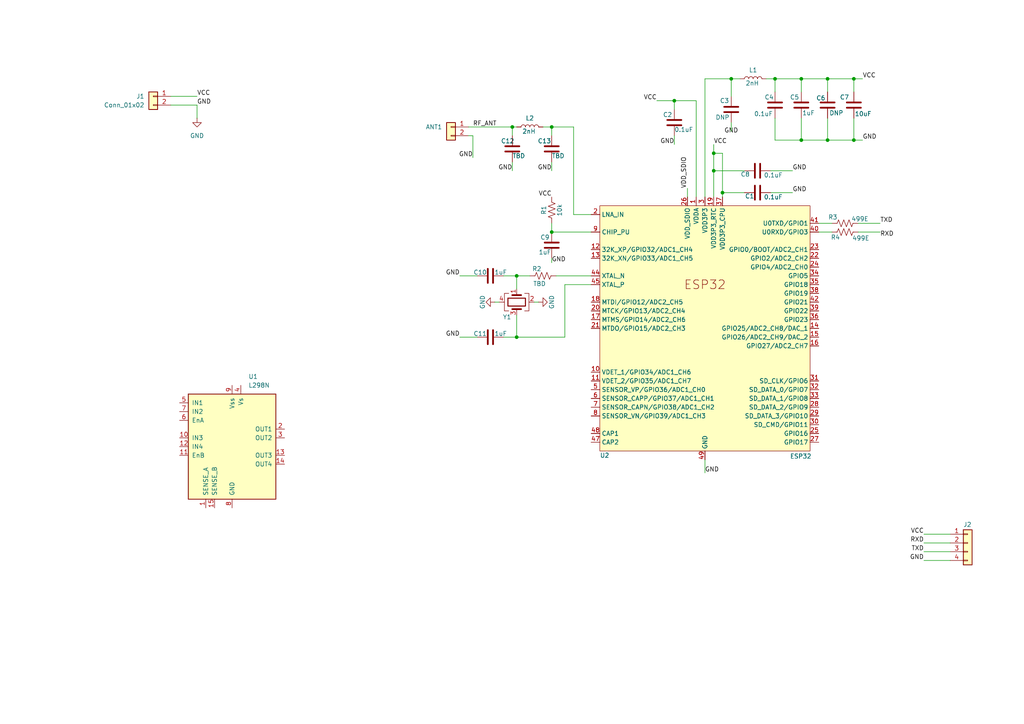
<source format=kicad_sch>
(kicad_sch (version 20231120) (generator "eeschema") (generator_version "8.0")
  (paper "A4")
  (lib_symbols
    (symbol "Connector_Generic:Conn_01x02" (pin_names (offset 1.016) hide)
      (property "Reference" "J" (at 0 2.54 0))
      (property "Value" "Conn_01x02" (at 0 -5.08 0))
      (symbol "Conn_01x02_1_1"
        (rectangle (start -1.27 -2.413) (end 0 -2.667) (stroke (width 0.1524)))
        (rectangle (start -1.27 0.127) (end 0 -0.127) (stroke (width 0.1524)))
        (rectangle (start -1.27 1.27) (end 1.27 -3.81) (stroke (width 0.254)) (fill (type background)))
        (pin passive line (at -5.08 0 0) (length 3.81) (name "Pin_1") (number "1"))
        (pin passive line (at -5.08 -2.54 0) (length 3.81) (name "Pin_2") (number "2"))
      )
    )
    (symbol "Connector_Generic:Conn_01x04" (pin_names (offset 1.016) hide)
      (property "Reference" "J" (at 0 5.08 0))
      (property "Value" "Conn_01x04" (at 0 -7.62 0))
      (symbol "Conn_01x04_1_1"
        (rectangle (start -1.27 -4.953) (end 0 -5.207) (stroke (width 0.1524)))
        (rectangle (start -1.27 -2.413) (end 0 -2.667) (stroke (width 0.1524)))
        (rectangle (start -1.27 0.127) (end 0 -0.127) (stroke (width 0.1524)))
        (rectangle (start -1.27 2.667) (end 0 2.413) (stroke (width 0.1524)))
        (rectangle (start -1.27 3.81) (end 1.27 -6.35) (stroke (width 0.254)) (fill (type background)))
        (pin passive line (at -5.08 2.54 0) (length 3.81) (name "Pin_1") (number "1"))
        (pin passive line (at -5.08 0 0) (length 3.81) (name "Pin_2") (number "2"))
        (pin passive line (at -5.08 -2.54 0) (length 3.81) (name "Pin_3") (number "3"))
        (pin passive line (at -5.08 -5.08 0) (length 3.81) (name "Pin_4") (number "4"))
      )
    )
    (symbol "Device:C" (pin_numbers hide) (pin_names (offset 0.254))
      (property "Reference" "C" (at 0.635 2.54 0))
      (property "Value" "C" (at 0.635 -2.54 0))
      (symbol "C_0_1"
        (polyline (pts (xy -2.032 -0.762) (xy 2.032 -0.762)) (stroke (width 0.508)))
        (polyline (pts (xy -2.032 0.762) (xy 2.032 0.762)) (stroke (width 0.508)))
      )
      (symbol "C_1_1"
        (pin passive line (at 0 3.81 270) (length 2.794) (name "~") (number "1"))
        (pin passive line (at 0 -3.81 90) (length 2.794) (name "~") (number "2"))
      )
    )
    (symbol "Device:Crystal_GND24" (pin_names (offset 1.016) hide)
      (property "Reference" "Y" (at 3.175 5.08 0))
      (property "Value" "Crystal_GND24" (at 3.175 3.175 0))
      (symbol "Crystal_GND24_0_1"
        (rectangle (start -1.143 2.54) (end 1.143 -2.54) (stroke (width 0.3048)))
        (polyline (pts (xy -2.54 0) (xy -2.032 0)))
        (polyline (pts (xy -2.032 -1.27) (xy -2.032 1.27)) (stroke (width 0.508)))
        (polyline (pts (xy 0 -3.81) (xy 0 -3.556)))
        (polyline (pts (xy 0 3.556) (xy 0 3.81)))
        (polyline (pts (xy 2.032 -1.27) (xy 2.032 1.27)) (stroke (width 0.508)))
        (polyline (pts (xy 2.032 0) (xy 2.54 0)))
        (polyline (pts (xy -2.54 -2.286) (xy -2.54 -3.556) (xy 2.54 -3.556) (xy 2.54 -2.286)))
        (polyline (pts (xy -2.54 2.286) (xy -2.54 3.556) (xy 2.54 3.556) (xy 2.54 2.286)))
      )
      (symbol "Crystal_GND24_1_1"
        (pin passive line (at -3.81 0 0) (length 1.27) (name "1") (number "1"))
        (pin passive line (at 0 5.08 270) (length 1.27) (name "2") (number "2"))
        (pin passive line (at 3.81 0 180) (length 1.27) (name "3") (number "3"))
        (pin passive line (at 0 -5.08 90) (length 1.27) (name "4") (number "4"))
      )
    )
    (symbol "Device:L" (pin_numbers hide) (pin_names (offset 1.016) hide)
      (property "Reference" "L" (at -1.27 0 90))
      (property "Value" "L" (at 1.905 0 90))
      (symbol "L_0_1"
        (arc (start 0 -2.54) (mid 0.6323 -1.905) (end 0 -1.27))
        (arc (start 0 -1.27) (mid 0.6323 -0.635) (end 0 0))
        (arc (start 0 0) (mid 0.6323 0.635) (end 0 1.27))
        (arc (start 0 1.27) (mid 0.6323 1.905) (end 0 2.54))
      )
      (symbol "L_1_1"
        (pin passive line (at 0 3.81 270) (length 1.27) (name "1") (number "1"))
        (pin passive line (at 0 -3.81 90) (length 1.27) (name "2") (number "2"))
      )
    )
    (symbol "Device:R_US" (pin_numbers hide) (pin_names (offset 0))
      (property "Reference" "R" (at 2.54 0 90))
      (property "Value" "R_US" (at -2.54 0 90))
      (symbol "R_US_0_1"
        (polyline (pts (xy 0 -2.286) (xy 0 -2.54)))
        (polyline (pts (xy 0 2.286) (xy 0 2.54)))
        (polyline (pts (xy 0 -0.762) (xy 1.016 -1.143) (xy 0 -1.524) (xy -1.016 -1.905) (xy 0 -2.286)))
        (polyline (pts (xy 0 0.762) (xy 1.016 0.381) (xy 0 0) (xy -1.016 -0.381) (xy 0 -0.762)))
        (polyline (pts (xy 0 2.286) (xy 1.016 1.905) (xy 0 1.524) (xy -1.016 1.143) (xy 0 0.762)))
      )
      (symbol "R_US_1_1"
        (pin passive line (at 0 3.81 270) (length 1.27) (name "~") (number "1"))
        (pin passive line (at 0 -3.81 90) (length 1.27) (name "~") (number "2"))
      )
    )
    (symbol "Driver_Motor:L298N" (pin_names (offset 1.016))
      (property "Reference" "U" (at -10.16 16.51 0))
      (property "Value" "L298N" (at 12.7 16.51 0))
      (symbol "L298N_0_1"
        (rectangle (start -12.7 15.24) (end 12.7 -15.24) (stroke (width 0.254)) (fill (type background)))
      )
      (symbol "L298N_1_1"
        (pin power_in line (at -7.62 -17.78 90) (length 2.54) (name "SENSE_A") (number "1"))
        (pin input line (at -15.24 2.54 0) (length 2.54) (name "IN3") (number "10"))
        (pin input line (at -15.24 -2.54 0) (length 2.54) (name "EnB") (number "11"))
        (pin input line (at -15.24 0 0) (length 2.54) (name "IN4") (number "12"))
        (pin output line (at 15.24 -2.54 180) (length 2.54) (name "OUT3") (number "13"))
        (pin output line (at 15.24 -5.08 180) (length 2.54) (name "OUT4") (number "14"))
        (pin power_in line (at -5.08 -17.78 90) (length 2.54) (name "SENSE_B") (number "15"))
        (pin output line (at 15.24 5.08 180) (length 2.54) (name "OUT1") (number "2"))
        (pin output line (at 15.24 2.54 180) (length 2.54) (name "OUT2") (number "3"))
        (pin power_in line (at 2.54 17.78 270) (length 2.54) (name "Vs") (number "4"))
        (pin input line (at -15.24 12.7 0) (length 2.54) (name "IN1") (number "5"))
        (pin input line (at -15.24 7.62 0) (length 2.54) (name "EnA") (number "6"))
        (pin input line (at -15.24 10.16 0) (length 2.54) (name "IN2") (number "7"))
        (pin power_in line (at 0 -17.78 90) (length 2.54) (name "GND") (number "8"))
        (pin power_in line (at 0 17.78 270) (length 2.54) (name "Vss") (number "9"))
      )
    )
    (symbol "PCM_Espressif:ESP32"
      (property "Reference" "U" (at -30.48 40.64 0))
      (property "Value" "ESP32" (at -30.48 38.1 0))
      (symbol "ESP32_0_0"
        (text "ESP32" (at 0 12.7 0) (effects (font (size 2.54 2.54))))
      )
      (symbol "ESP32_0_1"
        (rectangle (start -30.48 35.56) (end 30.48 -35.56) (fill (type background)))
      )
      (symbol "ESP32_1_1"
        (pin power_in line (at -2.54 38.1 270) (length 2.54) (name "VDDA") (number "1"))
        (pin input line (at -33.02 -12.7 0) (length 2.54) (name "VDET_1/GPIO34/ADC1_CH6") (number "10"))
        (pin input line (at -33.02 -15.24 0) (length 2.54) (name "VDET_2/GPIO35/ADC1_CH7") (number "11"))
        (pin bidirectional line (at -33.02 22.86 0) (length 2.54) (name "32K_XP/GPIO32/ADC1_CH4") (number "12"))
        (pin bidirectional line (at -33.02 20.32 0) (length 2.54) (name "32K_XN/GPIO33/ADC1_CH5") (number "13"))
        (pin bidirectional line (at 33.02 0 180) (length 2.54) (name "GPIO25/ADC2_CH8/DAC_1") (number "14"))
        (pin bidirectional line (at 33.02 -2.54 180) (length 2.54) (name "GPIO26/ADC2_CH9/DAC_2") (number "15"))
        (pin bidirectional line (at 33.02 -5.08 180) (length 2.54) (name "GPIO27/ADC2_CH7") (number "16"))
        (pin bidirectional line (at -33.02 2.54 0) (length 2.54) (name "MTMS/GPIO14/ADC2_CH6") (number "17"))
        (pin bidirectional line (at -33.02 7.62 0) (length 2.54) (name "MTDI/GPIO12/ADC2_CH5") (number "18"))
        (pin power_in line (at 2.54 38.1 270) (length 2.54) (name "VDD3P3_RTC") (number "19"))
        (pin bidirectional line (at -33.02 33.02 0) (length 2.54) (name "LNA_IN") (number "2"))
        (pin bidirectional line (at -33.02 5.08 0) (length 2.54) (name "MTCK/GPIO13/ADC2_CH4") (number "20"))
        (pin bidirectional line (at -33.02 0 0) (length 2.54) (name "MTDO/GPIO15/ADC2_CH3") (number "21"))
        (pin bidirectional line (at 33.02 20.32 180) (length 2.54) (name "GPIO2/ADC2_CH2") (number "22"))
        (pin bidirectional line (at 33.02 22.86 180) (length 2.54) (name "GPIO0/BOOT/ADC2_CH1") (number "23"))
        (pin bidirectional line (at 33.02 17.78 180) (length 2.54) (name "GPIO4/ADC2_CH0") (number "24"))
        (pin bidirectional line (at 33.02 -30.48 180) (length 2.54) (name "GPIO16") (number "25"))
        (pin power_out line (at -5.08 38.1 270) (length 2.54) (name "VDD_SDIO") (number "26"))
        (pin bidirectional line (at 33.02 -33.02 180) (length 2.54) (name "GPIO17") (number "27"))
        (pin bidirectional line (at 33.02 -22.86 180) (length 2.54) (name "SD_DATA_2/GPIO9") (number "28"))
        (pin bidirectional line (at 33.02 -25.4 180) (length 2.54) (name "SD_DATA_3/GPIO10") (number "29"))
        (pin power_in line (at 0 38.1 270) (length 2.54) (name "VDD3P3") (number "3"))
        (pin bidirectional line (at 33.02 -27.94 180) (length 2.54) (name "SD_CMD/GPIO11") (number "30"))
        (pin bidirectional line (at 33.02 -15.24 180) (length 2.54) (name "SD_CLK/GPIO6") (number "31"))
        (pin bidirectional line (at 33.02 -17.78 180) (length 2.54) (name "SD_DATA_0/GPIO7") (number "32"))
        (pin bidirectional line (at 33.02 -20.32 180) (length 2.54) (name "SD_DATA_1/GPIO8") (number "33"))
        (pin bidirectional line (at 33.02 15.24 180) (length 2.54) (name "GPIO5") (number "34"))
        (pin bidirectional line (at 33.02 12.7 180) (length 2.54) (name "GPIO18") (number "35"))
        (pin bidirectional line (at 33.02 2.54 180) (length 2.54) (name "GPIO23") (number "36"))
        (pin power_in line (at 5.08 38.1 270) (length 2.54) (name "VDD3P3_CPU") (number "37"))
        (pin bidirectional line (at 33.02 10.16 180) (length 2.54) (name "GPIO19") (number "38"))
        (pin bidirectional line (at 33.02 5.08 180) (length 2.54) (name "GPIO22") (number "39"))
        (pin passive line (at 0 38.1 270) (length 2.54) hide (name "VDD3P3") (number "4"))
        (pin bidirectional line (at 33.02 27.94 180) (length 2.54) (name "U0RXD/GPIO3") (number "40"))
        (pin bidirectional line (at 33.02 30.48 180) (length 2.54) (name "U0TXD/GPIO1") (number "41"))
        (pin bidirectional line (at 33.02 7.62 180) (length 2.54) (name "GPIO21") (number "42"))
        (pin passive line (at -2.54 38.1 270) (length 2.54) hide (name "VDDA") (number "43"))
        (pin output line (at -33.02 15.24 0) (length 2.54) (name "XTAL_N") (number "44"))
        (pin input line (at -33.02 12.7 0) (length 2.54) (name "XTAL_P") (number "45"))
        (pin passive line (at -2.54 38.1 270) (length 2.54) hide (name "VDDA") (number "46"))
        (pin input line (at -33.02 -33.02 0) (length 2.54) (name "CAP2") (number "47"))
        (pin input line (at -33.02 -30.48 0) (length 2.54) (name "CAP1") (number "48"))
        (pin power_in line (at 0 -38.1 90) (length 2.54) (name "GND") (number "49"))
        (pin input line (at -33.02 -17.78 0) (length 2.54) (name "SENSOR_VP/GPIO36/ADC1_CH0") (number "5"))
        (pin input line (at -33.02 -20.32 0) (length 2.54) (name "SENSOR_CAPP/GPIO37/ADC1_CH1") (number "6"))
        (pin input line (at -33.02 -22.86 0) (length 2.54) (name "SENSOR_CAPN/GPIO38/ADC1_CH2") (number "7"))
        (pin input line (at -33.02 -25.4 0) (length 2.54) (name "SENSOR_VN/GPIO39/ADC1_CH3") (number "8"))
        (pin input line (at -33.02 27.94 0) (length 2.54) (name "CHIP_PU") (number "9"))
      )
    )
    (symbol "power:GND" (power) (pin_numbers hide) (pin_names (offset 0) hide)
      (property "Value" "GND" (at 0 -3.81 0))
      (symbol "GND_0_1"
        (polyline (pts (xy 0 0) (xy 0 -1.27) (xy 1.27 -1.27) (xy 0 -2.54) (xy -1.27 -1.27) (xy 0 -1.27)))
      )
      (symbol "GND_1_1"
        (pin power_in line (at 0 0 270) (length 0) (name "~") (number "1"))
      )
    )
  )
  (junction (at 148.59 36.83))
  (junction (at 232.41 22.86))
  (junction (at 240.03 40.64))
  (junction (at 195.58 29.21))
  (junction (at 149.86 97.79))
  (junction (at 209.55 55.88))
  (junction (at 232.41 40.64))
  (junction (at 224.79 22.86))
  (junction (at 247.65 22.86))
  (junction (at 247.65 40.64))
  (junction (at 207.01 49.53))
  (junction (at 160.02 67.31))
  (junction (at 212.09 22.86))
  (junction (at 160.02 36.83))
  (junction (at 207.01 44.45))
  (junction (at 149.86 80.01))
  (junction (at 240.03 22.86))
  (wire (pts (xy 240.03 40.64) (xy 247.65 40.64)))
  (wire (pts (xy 204.47 57.15) (xy 204.47 22.86)))
  (wire (pts (xy 267.97 154.94) (xy 275.59 154.94)))
  (wire (pts (xy 232.41 22.86) (xy 232.41 26.67)))
  (wire (pts (xy 224.79 22.86) (xy 224.79 26.67)))
  (wire (pts (xy 195.58 29.21) (xy 195.58 31.75)))
  (wire (pts (xy 135.89 39.37) (xy 137.16 39.37)))
  (wire (pts (xy 209.55 44.45) (xy 207.01 44.45)))
  (wire (pts (xy 149.86 80.01) (xy 153.67 80.01)))
  (wire (pts (xy 146.05 97.79) (xy 149.86 97.79)))
  (wire (pts (xy 222.25 22.86) (xy 224.79 22.86)))
  (wire (pts (xy 207.01 41.91) (xy 207.01 44.45)))
  (wire (pts (xy 247.65 40.64) (xy 250.19 40.64)))
  (wire (pts (xy 267.97 162.56) (xy 275.59 162.56)))
  (wire (pts (xy 149.86 83.82) (xy 149.86 80.01)))
  (wire (pts (xy 204.47 22.86) (xy 212.09 22.86)))
  (wire (pts (xy 190.5 29.21) (xy 195.58 29.21)))
  (wire (pts (xy 201.93 29.21) (xy 201.93 57.15)))
  (wire (pts (xy 166.37 36.83) (xy 166.37 62.23)))
  (wire (pts (xy 148.59 46.99) (xy 148.59 49.53)))
  (wire (pts (xy 209.55 57.15) (xy 209.55 55.88)))
  (wire (pts (xy 212.09 22.86) (xy 212.09 27.94)))
  (wire (pts (xy 161.29 80.01) (xy 171.45 80.01)))
  (wire (pts (xy 237.49 67.31) (xy 241.3 67.31)))
  (wire (pts (xy 163.83 82.55) (xy 171.45 82.55)))
  (wire (pts (xy 144.78 87.63) (xy 143.51 87.63)))
  (wire (pts (xy 149.86 91.44) (xy 149.86 97.79)))
  (wire (pts (xy 204.47 133.35) (xy 204.47 137.16)))
  (wire (pts (xy 223.52 55.88) (xy 229.87 55.88)))
  (wire (pts (xy 224.79 22.86) (xy 232.41 22.86)))
  (wire (pts (xy 209.55 55.88) (xy 209.55 44.45)))
  (wire (pts (xy 240.03 34.29) (xy 240.03 40.64)))
  (wire (pts (xy 156.21 87.63) (xy 154.94 87.63)))
  (wire (pts (xy 223.52 49.53) (xy 229.87 49.53)))
  (wire (pts (xy 133.35 97.79) (xy 138.43 97.79)))
  (wire (pts (xy 207.01 49.53) (xy 207.01 57.15)))
  (wire (pts (xy 224.79 34.29) (xy 224.79 40.64)))
  (wire (pts (xy 160.02 36.83) (xy 160.02 39.37)))
  (wire (pts (xy 237.49 64.77) (xy 241.3 64.77)))
  (wire (pts (xy 267.97 160.02) (xy 275.59 160.02)))
  (wire (pts (xy 247.65 22.86) (xy 250.19 22.86)))
  (wire (pts (xy 57.15 30.48) (xy 57.15 34.29)))
  (wire (pts (xy 267.97 157.48) (xy 275.59 157.48)))
  (wire (pts (xy 160.02 64.77) (xy 160.02 67.31)))
  (wire (pts (xy 166.37 62.23) (xy 171.45 62.23)))
  (wire (pts (xy 137.16 39.37) (xy 137.16 45.72)))
  (wire (pts (xy 232.41 22.86) (xy 240.03 22.86)))
  (wire (pts (xy 49.53 27.94) (xy 57.15 27.94)))
  (wire (pts (xy 146.05 80.01) (xy 149.86 80.01)))
  (wire (pts (xy 49.53 30.48) (xy 57.15 30.48)))
  (wire (pts (xy 248.92 67.31) (xy 255.27 67.31)))
  (wire (pts (xy 247.65 34.29) (xy 247.65 40.64)))
  (wire (pts (xy 207.01 44.45) (xy 207.01 49.53)))
  (wire (pts (xy 209.55 55.88) (xy 215.9 55.88)))
  (wire (pts (xy 247.65 22.86) (xy 247.65 26.67)))
  (wire (pts (xy 148.59 36.83) (xy 149.86 36.83)))
  (wire (pts (xy 148.59 36.83) (xy 148.59 39.37)))
  (wire (pts (xy 195.58 39.37) (xy 195.58 41.91)))
  (wire (pts (xy 199.39 54.61) (xy 199.39 57.15)))
  (wire (pts (xy 232.41 34.29) (xy 232.41 40.64)))
  (wire (pts (xy 248.92 64.77) (xy 255.27 64.77)))
  (wire (pts (xy 201.93 29.21) (xy 195.58 29.21)))
  (wire (pts (xy 160.02 76.2) (xy 160.02 74.93)))
  (wire (pts (xy 135.89 36.83) (xy 148.59 36.83)))
  (wire (pts (xy 207.01 49.53) (xy 215.9 49.53)))
  (wire (pts (xy 212.09 35.56) (xy 212.09 38.1)))
  (wire (pts (xy 157.48 36.83) (xy 160.02 36.83)))
  (wire (pts (xy 224.79 40.64) (xy 232.41 40.64)))
  (wire (pts (xy 232.41 40.64) (xy 240.03 40.64)))
  (wire (pts (xy 133.35 80.01) (xy 138.43 80.01)))
  (wire (pts (xy 240.03 22.86) (xy 240.03 26.67)))
  (wire (pts (xy 212.09 22.86) (xy 214.63 22.86)))
  (wire (pts (xy 240.03 22.86) (xy 247.65 22.86)))
  (wire (pts (xy 160.02 67.31) (xy 171.45 67.31)))
  (wire (pts (xy 160.02 46.99) (xy 160.02 49.53)))
  (wire (pts (xy 149.86 97.79) (xy 163.83 97.79)))
  (wire (pts (xy 160.02 36.83) (xy 166.37 36.83)))
  (wire (pts (xy 163.83 82.55) (xy 163.83 97.79)))
  (label "GND" (at 133.35 97.79 180))
  (label "GND" (at 160.02 76.2 0))
  (label "VCC" (at 160.02 57.15 180))
  (label "GND" (at 204.47 137.16 0))
  (label "GND" (at 250.19 40.64 0))
  (label "GND" (at 267.97 162.56 180))
  (label "GND" (at 212.09 38.1 0))
  (label "VCC" (at 207.01 41.91 0))
  (label "RXD" (at 255.27 67.31 0))
  (label "GND" (at 229.87 55.88 0))
  (label "GND" (at 137.16 45.72 180))
  (label "VCC" (at 57.15 27.94 0))
  (label "RXD" (at 267.97 157.48 180))
  (label "VDD_SDIO" (at 199.39 54.61 90))
  (label "GND" (at 195.58 41.91 180))
  (label "GND" (at 229.87 49.53 0))
  (label "VCC" (at 190.5 29.21 180))
  (label "GND" (at 133.35 80.01 180))
  (label "RF_ANT" (at 137.16 36.83 0))
  (label "GND" (at 160.02 49.53 180))
  (label "VCC" (at 267.97 154.94 180))
  (label "TXD" (at 255.27 64.77 0))
  (label "GND" (at 148.59 49.53 180))
  (label "VCC" (at 250.19 22.86 0))
  (label "TXD" (at 267.97 160.02 180))
  (label "GND" (at 57.15 30.48 0))
  (symbol (lib_id "Device:C") (at 142.24 97.79 270) (unit 1)
    (property "Reference" "C11" (at 141.224 96.774 90) (effects (justify right)))
    (property "Value" "1uF" (at 147.066 96.774 90) (effects (justify right)))
    (property "Description" "Unpolarized capacitor" (effects (hide yes)))
  )
  (symbol (lib_id "Device:R_US") (at 245.11 64.77 270) (unit 1)
    (property "Reference" "R3" (at 241.554 62.992 90))
    (property "Value" "499E" (at 249.428 63.5 90))
    (property "Description" "Resistor, US symbol" (effects (hide yes)))
  )
  (symbol (lib_id "Device:R_US") (at 160.02 60.96 180) (unit 1)
    (property "Reference" "R1" (at 157.734 60.96 90))
    (property "Value" "10k" (at 162.306 60.96 90))
    (property "Description" "Resistor, US symbol" (effects (hide yes)))
  )
  (symbol (lib_id "power:GND") (at 156.21 87.63 90) (unit 1)
    (property "Reference" "#PWR03" (effects (hide yes)))
    (property "Value" "GND" (at 160.02 87.63 0))
    (property "Description" "Power symbol creates a global label with name \"GND\" , ground" (effects (hide yes)))
  )
  (symbol (lib_id "power:GND") (at 143.51 87.63 270) (unit 1)
    (property "Reference" "#PWR02" (effects (hide yes)))
    (property "Value" "GND" (at 139.954 87.63 0))
    (property "Description" "Power symbol creates a global label with name \"GND\" , ground" (effects (hide yes)))
  )
  (symbol (lib_id "Device:C") (at 212.09 31.75 180) (unit 1)
    (property "Reference" "C3" (at 208.788 29.21 0) (effects (justify right)))
    (property "Value" "DNP" (at 207.518 34.036 0) (effects (justify right)))
    (property "Description" "Unpolarized capacitor" (effects (hide yes)))
  )
  (symbol (lib_id "Device:C") (at 219.71 55.88 90) (unit 1)
    (property "Reference" "C1" (at 217.424 56.896 90))
    (property "Value" "0.1uF" (at 224.282 57.15 90))
    (property "Description" "Unpolarized capacitor" (effects (hide yes)))
  )
  (symbol (lib_id "Device:C") (at 232.41 30.48 180) (unit 1)
    (property "Reference" "C5" (at 229.108 28.194 0) (effects (justify right)))
    (property "Value" "1uF" (at 232.664 32.766 0) (effects (justify right)))
    (property "Description" "Unpolarized capacitor" (effects (hide yes)))
  )
  (symbol (lib_id "Device:C") (at 247.65 30.48 180) (unit 1)
    (property "Reference" "C7" (at 243.586 28.194 0) (effects (justify right)))
    (property "Value" "10uF" (at 247.904 33.02 0) (effects (justify right)))
    (property "Description" "Unpolarized capacitor" (effects (hide yes)))
  )
  (symbol (lib_id "Driver_Motor:L298N") (at 67.31 129.54 0) (unit 1)
    (property "Reference" "U1" (at 72.0441 109.22 0) (effects (justify left)))
    (property "Value" "L298N" (at 72.0441 111.76 0) (effects (justify left)))
    (property "Footprint" "Package_TO_SOT_THT:TO-220-15_P2.54x2.54mm_StaggerOdd_Lead4.58mm_Vertical" (effects (hide yes)))
    (property "Datasheet" "http://www.st.com/st-web-ui/static/active/en/resource/technical/document/datasheet/CD00000240.pdf" (effects (hide yes)))
    (property "Description" "Dual full bridge motor driver, up to 46V, 4A, Multiwatt15-V" (effects (hide yes)))
  )
  (symbol (lib_id "Device:R_US") (at 245.11 67.31 270) (unit 1)
    (property "Reference" "R4" (at 242.316 68.834 90))
    (property "Value" "499E" (at 249.682 69.088 90))
    (property "Description" "Resistor, US symbol" (effects (hide yes)))
  )
  (symbol (lib_id "Device:L") (at 218.44 22.86 90) (unit 1)
    (property "Reference" "L1" (at 218.44 20.32 90))
    (property "Value" "2nH" (at 218.186 24.13 90))
    (property "Description" "Inductor" (effects (hide yes)))
  )
  (symbol (lib_id "Device:C") (at 160.02 71.12 180) (unit 1)
    (property "Reference" "C9" (at 156.718 68.834 0) (effects (justify right)))
    (property "Value" "1uF" (at 156.21 73.152 0) (effects (justify right)))
    (property "Description" "Unpolarized capacitor" (effects (hide yes)))
  )
  (symbol (lib_id "Device:C") (at 195.58 35.56 180) (unit 1)
    (property "Reference" "C2" (at 192.278 33.274 0) (effects (justify right)))
    (property "Value" "0.1uF" (at 195.58 37.592 0) (effects (justify right)))
    (property "Description" "Unpolarized capacitor" (effects (hide yes)))
  )
  (symbol (lib_id "Device:C") (at 148.59 43.18 180) (unit 1)
    (property "Reference" "C12" (at 145.288 40.894 0) (effects (justify right)))
    (property "Value" "TBD" (at 148.59 45.212 0) (effects (justify right)))
    (property "Description" "Unpolarized capacitor" (effects (hide yes)))
  )
  (symbol (lib_id "Device:C") (at 240.03 30.48 180) (unit 1)
    (property "Reference" "C6" (at 236.728 28.448 0) (effects (justify right)))
    (property "Value" "DNP" (at 240.538 32.766 0) (effects (justify right)))
    (property "Description" "Unpolarized capacitor" (effects (hide yes)))
  )
  (symbol (lib_id "Connector_Generic:Conn_01x02") (at 44.45 27.94 0) (mirror y) (unit 1)
    (property "Reference" "J1" (at 41.91 27.9399 0) (effects (justify left)))
    (property "Value" "Conn_01x02" (at 41.91 30.4799 0) (effects (justify left)))
    (property "Description" "Generic connector, single row, 01x02, script generated (kicad-library-utils/schlib/autogen/connector/)" (effects (hide yes)))
  )
  (symbol (lib_id "Device:C") (at 160.02 43.18 180) (unit 1)
    (property "Reference" "C13" (at 155.956 40.894 0) (effects (justify right)))
    (property "Value" "TBD" (at 160.02 45.212 0) (effects (justify right)))
    (property "Description" "Unpolarized capacitor" (effects (hide yes)))
  )
  (symbol (lib_id "Connector_Generic:Conn_01x02") (at 130.81 36.83 0) (mirror y) (unit 1)
    (property "Reference" "ANT1" (at 128.27 36.8299 0) (effects (justify left)))
    (property "Value" "Conn_01x02" (effects (hide yes)))
    (property "Description" "Generic connector, single row, 01x02, script generated (kicad-library-utils/schlib/autogen/connector/)" (effects (hide yes)))
  )
  (symbol (lib_id "Device:C") (at 219.71 49.53 90) (unit 1)
    (property "Reference" "C8" (at 216.154 50.546 90))
    (property "Value" "0.1uF" (at 224.282 50.8 90))
    (property "Description" "Unpolarized capacitor" (effects (hide yes)))
  )
  (symbol (lib_id "Device:R_US") (at 157.48 80.01 270) (unit 1)
    (property "Reference" "R2" (at 155.702 77.978 90))
    (property "Value" "TBD" (at 156.464 82.296 90))
    (property "Description" "Resistor, US symbol" (effects (hide yes)))
  )
  (symbol (lib_id "PCM_Espressif:ESP32") (at 204.47 95.25 0) (unit 1)
    (property "Reference" "U2" (at 173.99 132.08 0) (effects (justify left)))
    (property "Value" "ESP32" (at 229.108 132.334 0) (effects (justify left)))
    (property "Footprint" "Package_DFN_QFN:QFN-48-1EP_6x6mm_P0.4mm_EP4.3x4.3mm" (effects (hide yes)))
    (property "Datasheet" "https://www.espressif.com/sites/default/files/documentation/esp32_datasheet_en.pdf" (effects (hide yes)))
    (property "Description" "ESP32 is a single 2.4 GHz Wi-Fi-and-Bluetooth combo chip designed with the TSMC ultra-low-power 40 nmtechnology." (effects (hide yes)))
  )
  (symbol (lib_id "Device:C") (at 142.24 80.01 270) (unit 1)
    (property "Reference" "C10" (at 141.224 78.994 90) (effects (justify right)))
    (property "Value" "1uF" (at 147.066 78.994 90) (effects (justify right)))
    (property "Description" "Unpolarized capacitor" (effects (hide yes)))
  )
  (symbol (lib_id "Connector_Generic:Conn_01x04") (at 280.67 157.48 0) (unit 1)
    (property "Reference" "J2" (at 279.4 152.146 0) (effects (justify left)))
    (property "Description" "Generic connector, single row, 01x04, script generated (kicad-library-utils/schlib/autogen/connector/)" (effects (hide yes)))
  )
  (symbol (lib_id "Device:L") (at 153.67 36.83 90) (unit 1)
    (property "Reference" "L2" (at 153.67 34.29 90))
    (property "Value" "2nH" (at 153.416 38.1 90))
    (property "Description" "Inductor" (effects (hide yes)))
  )
  (symbol (lib_id "Device:Crystal_GND24") (at 149.86 87.63 270) (unit 1)
    (property "Reference" "Y1" (at 147.066 91.948 90))
    (property "Value" "Crystal_GND24" (effects (hide yes)))
    (property "Description" "Four pin crystal, GND on pins 2 and 4" (effects (hide yes)))
  )
  (symbol (lib_id "Device:C") (at 224.79 30.48 180) (unit 1)
    (property "Reference" "C4" (at 221.742 28.194 0) (effects (justify right)))
    (property "Value" "0.1uF" (at 218.694 33.02 0) (effects (justify right)))
    (property "Description" "Unpolarized capacitor" (effects (hide yes)))
  )
  (symbol (lib_id "power:GND") (at 57.15 34.29 0) (unit 1)
    (property "Reference" "#PWR01" (effects (hide yes)))
    (property "Value" "GND" (at 57.15 39.37 0))
    (property "Description" "Power symbol creates a global label with name \"GND\" , ground" (effects (hide yes)))
  )
)
</source>
